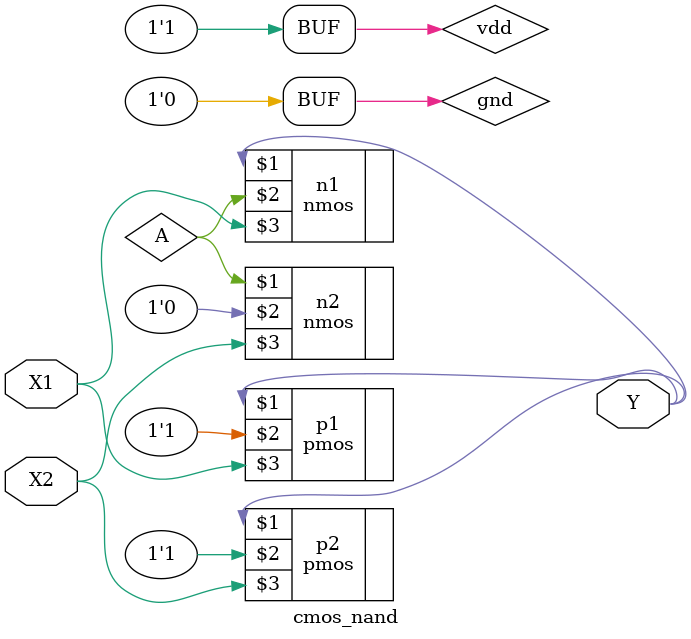
<source format=v>
module cmos_nand(Y, X1, X2);
    input X1, X2;
    output Y;
    supply0 gnd;
    supply1 vdd;
    wire A;

    pmos p1(Y, vdd, X1);
    pmos p2(Y, vdd, X2);

    nmos n1(Y, A, X1);
    nmos n2(A, gnd, X2);
endmodule
</source>
